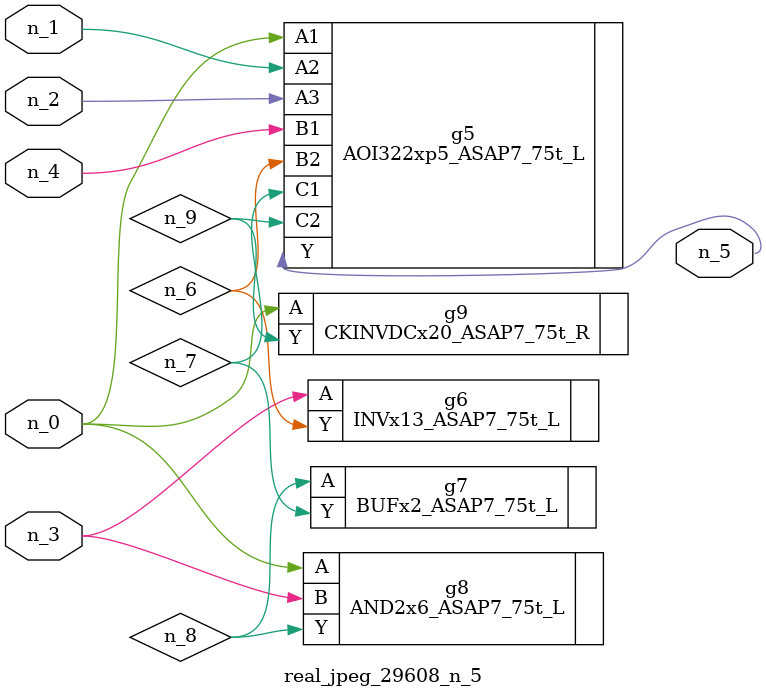
<source format=v>
module real_jpeg_29608_n_5 (n_4, n_0, n_1, n_2, n_3, n_5);

input n_4;
input n_0;
input n_1;
input n_2;
input n_3;

output n_5;

wire n_8;
wire n_6;
wire n_7;
wire n_9;

AOI322xp5_ASAP7_75t_L g5 ( 
.A1(n_0),
.A2(n_1),
.A3(n_2),
.B1(n_4),
.B2(n_6),
.C1(n_7),
.C2(n_9),
.Y(n_5)
);

AND2x6_ASAP7_75t_L g8 ( 
.A(n_0),
.B(n_3),
.Y(n_8)
);

CKINVDCx20_ASAP7_75t_R g9 ( 
.A(n_0),
.Y(n_9)
);

INVx13_ASAP7_75t_L g6 ( 
.A(n_3),
.Y(n_6)
);

BUFx2_ASAP7_75t_L g7 ( 
.A(n_8),
.Y(n_7)
);


endmodule
</source>
